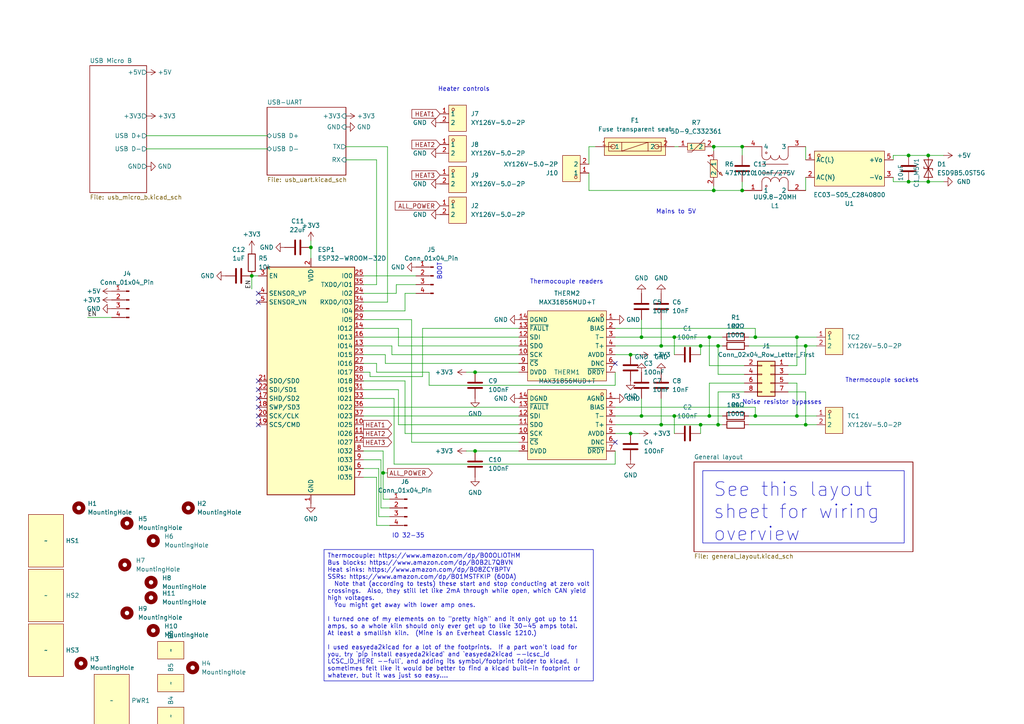
<source format=kicad_sch>
(kicad_sch (version 20230121) (generator eeschema)
  (paper "A4")
  (title_block (title "Kiln Controller") (rev "0.9.0") (company "Erhannis Kirran"))
  (junction (at 186.055 97.79))
  (junction (at 207.01 55.245))
  (junction (at 231.14 97.79))
  (junction (at 191.77 100.33))
  (junction (at 90.17 71.755))
  (junction (at 263.525 52.705))
  (junction (at 191.77 123.19))
  (junction (at 203.2 123.19))
  (junction (at 219.075 120.65))
  (junction (at 73.025 80.01))
  (junction (at 219.075 97.79))
  (junction (at 215.265 55.245))
  (junction (at 215.265 42.545))
  (junction (at 205.74 120.65))
  (junction (at 111.125 137.16))
  (junction (at 137.795 107.95))
  (junction (at 186.055 120.65))
  (junction (at 195.58 120.65))
  (junction (at 208.28 123.19))
  (junction (at 233.68 100.33))
  (junction (at 208.28 100.33))
  (junction (at 207.01 42.545))
  (junction (at 137.795 130.81))
  (junction (at 269.24 45.085))
  (junction (at 195.58 97.79))
  (junction (at 269.24 52.705))
  (junction (at 205.74 97.79))
  (junction (at 182.88 125.73))
  (junction (at 231.14 120.65))
  (junction (at 233.68 123.19))
  (junction (at 182.88 102.87))
  (junction (at 263.525 45.085))
  (junction (at 203.2 100.33))
  (no_connect (at 74.93 87.63))
  (no_connect (at 74.93 113.03))
  (no_connect (at 74.93 115.57))
  (no_connect (at 74.93 118.11))
  (no_connect (at 74.93 123.19))
  (no_connect (at 74.93 120.65))
  (no_connect (at 178.435 128.27))
  (no_connect (at 74.93 85.09))
  (no_connect (at 178.435 105.41))
  (no_connect (at 74.93 110.49))
  (wire (pts (xy 231.14 106.045) (xy 231.14 97.79)))
  (wire (pts (xy 178.435 125.73) (xy 182.88 125.73)))
  (wire (pts (xy 191.77 123.19) (xy 178.435 123.19)))
  (wire (pts (xy 215.9 111.125) (xy 205.74 111.125)))
  (wire (pts (xy 263.525 45.085) (xy 269.24 45.085)))
  (wire (pts (xy 195.58 120.65) (xy 186.055 120.65)))
  (wire (pts (xy 269.24 52.705) (xy 273.685 52.705)))
  (wire (pts (xy 114.935 82.55) (xy 120.65 82.55)))
  (wire (pts (xy 109.22 82.55) (xy 105.41 82.55)))
  (wire (pts (xy 215.265 42.545) (xy 215.265 45.085)))
  (wire (pts (xy 205.74 120.65) (xy 195.58 120.65)))
  (wire (pts (xy 263.525 52.705) (xy 269.24 52.705)))
  (wire (pts (xy 135.255 130.81) (xy 137.795 130.81)))
  (wire (pts (xy 182.88 102.87) (xy 185.42 102.87)))
  (wire (pts (xy 105.41 120.65) (xy 150.495 120.65)))
  (wire (pts (xy 186.055 97.79) (xy 178.435 97.79)))
  (wire (pts (xy 178.435 95.25) (xy 219.075 95.25)))
  (wire (pts (xy 109.855 135.89) (xy 105.41 135.89)))
  (wire (pts (xy 215.265 42.545) (xy 207.01 42.545)))
  (wire (pts (xy 110.49 147.32) (xy 110.49 133.35)))
  (wire (pts (xy 217.17 123.19) (xy 233.68 123.19)))
  (wire (pts (xy 105.41 102.87) (xy 111.76 102.87)))
  (wire (pts (xy 170.815 42.545) (xy 170.815 47.625)))
  (wire (pts (xy 119.38 92.71) (xy 119.38 128.27)))
  (wire (pts (xy 219.075 95.25) (xy 219.075 97.79)))
  (wire (pts (xy 105.41 85.09) (xy 114.935 85.09)))
  (wire (pts (xy 117.475 110.49) (xy 105.41 110.49)))
  (wire (pts (xy 219.075 97.79) (xy 231.14 97.79)))
  (wire (pts (xy 42.545 43.18) (xy 77.47 43.18)))
  (wire (pts (xy 107.315 109.22) (xy 122.555 109.22)))
  (wire (pts (xy 109.22 138.43) (xy 105.41 138.43)))
  (wire (pts (xy 112.395 42.545) (xy 112.395 87.63)))
  (wire (pts (xy 117.475 125.73) (xy 117.475 110.49)))
  (wire (pts (xy 233.68 100.33) (xy 236.855 100.33)))
  (wire (pts (xy 110.49 133.35) (xy 105.41 133.35)))
  (wire (pts (xy 105.41 115.57) (xy 114.3 115.57)))
  (wire (pts (xy 215.9 108.585) (xy 208.28 108.585)))
  (wire (pts (xy 114.935 85.09) (xy 114.935 82.55)))
  (wire (pts (xy 135.255 107.95) (xy 137.795 107.95)))
  (wire (pts (xy 196.85 42.545) (xy 195.58 42.545)))
  (wire (pts (xy 259.08 52.705) (xy 263.525 52.705)))
  (wire (pts (xy 114.3 115.57) (xy 114.3 134.62)))
  (wire (pts (xy 205.74 111.125) (xy 205.74 120.65)))
  (wire (pts (xy 170.815 50.165) (xy 170.815 55.245)))
  (wire (pts (xy 109.855 149.86) (xy 109.855 135.89)))
  (wire (pts (xy 111.125 130.81) (xy 105.41 130.81)))
  (wire (pts (xy 186.055 115.57) (xy 186.055 120.65)))
  (wire (pts (xy 111.76 105.41) (xy 150.495 105.41)))
  (wire (pts (xy 233.68 113.665) (xy 233.68 123.19)))
  (wire (pts (xy 259.08 46.355) (xy 259.08 45.085)))
  (wire (pts (xy 90.17 71.755) (xy 90.17 74.93)))
  (wire (pts (xy 150.495 123.19) (xy 115.57 123.19)))
  (wire (pts (xy 150.495 97.79) (xy 105.41 97.79)))
  (wire (pts (xy 233.68 51.435) (xy 233.68 55.245)))
  (wire (pts (xy 111.76 102.87) (xy 111.76 105.41)))
  (wire (pts (xy 122.555 109.22) (xy 122.555 95.25)))
  (wire (pts (xy 150.495 100.33) (xy 115.57 100.33)))
  (wire (pts (xy 113.03 152.4) (xy 109.22 152.4)))
  (wire (pts (xy 42.545 39.37) (xy 77.47 39.37)))
  (wire (pts (xy 203.2 100.33) (xy 203.2 102.87)))
  (wire (pts (xy 203.2 100.33) (xy 191.77 100.33)))
  (wire (pts (xy 100.33 42.545) (xy 112.395 42.545)))
  (wire (pts (xy 170.815 42.545) (xy 172.72 42.545)))
  (wire (pts (xy 215.9 113.665) (xy 208.28 113.665)))
  (wire (pts (xy 233.68 108.585) (xy 233.68 100.33)))
  (wire (pts (xy 109.22 107.95) (xy 124.46 107.95)))
  (wire (pts (xy 178.435 111.76) (xy 178.435 107.95)))
  (wire (pts (xy 191.77 92.71) (xy 191.77 100.33)))
  (wire (pts (xy 113.03 147.32) (xy 110.49 147.32)))
  (wire (pts (xy 215.265 52.705) (xy 215.265 55.245)))
  (wire (pts (xy 209.55 100.33) (xy 208.28 100.33)))
  (wire (pts (xy 191.77 115.57) (xy 191.77 123.19)))
  (wire (pts (xy 228.6 108.585) (xy 233.68 108.585)))
  (wire (pts (xy 215.9 42.545) (xy 215.265 42.545)))
  (wire (pts (xy 170.815 55.245) (xy 207.01 55.245)))
  (wire (pts (xy 217.17 100.33) (xy 233.68 100.33)))
  (wire (pts (xy 205.74 106.045) (xy 205.74 97.79)))
  (wire (pts (xy 122.555 95.25) (xy 150.495 95.25)))
  (wire (pts (xy 195.58 120.65) (xy 195.58 125.73)))
  (wire (pts (xy 124.46 111.76) (xy 178.435 111.76)))
  (wire (pts (xy 205.74 97.79) (xy 195.58 97.79)))
  (wire (pts (xy 209.55 120.65) (xy 205.74 120.65)))
  (wire (pts (xy 233.68 123.19) (xy 236.855 123.19)))
  (wire (pts (xy 150.495 125.73) (xy 117.475 125.73)))
  (wire (pts (xy 178.435 102.87) (xy 182.88 102.87)))
  (wire (pts (xy 207.01 42.545) (xy 207.01 43.815)))
  (wire (pts (xy 233.68 42.545) (xy 233.68 46.355)))
  (wire (pts (xy 215.265 55.245) (xy 207.01 55.245)))
  (wire (pts (xy 178.435 118.11) (xy 219.075 118.11)))
  (wire (pts (xy 137.795 107.95) (xy 150.495 107.95)))
  (wire (pts (xy 191.77 100.33) (xy 178.435 100.33)))
  (wire (pts (xy 107.315 107.95) (xy 107.315 109.22)))
  (wire (pts (xy 203.2 123.19) (xy 191.77 123.19)))
  (wire (pts (xy 113.665 102.87) (xy 150.495 102.87)))
  (wire (pts (xy 115.57 95.25) (xy 105.41 95.25)))
  (wire (pts (xy 269.24 45.085) (xy 273.685 45.085)))
  (wire (pts (xy 208.28 113.665) (xy 208.28 123.19)))
  (wire (pts (xy 90.17 69.85) (xy 90.17 71.755)))
  (wire (pts (xy 105.41 80.01) (xy 120.65 80.01)))
  (wire (pts (xy 231.14 111.125) (xy 231.14 120.65)))
  (wire (pts (xy 195.58 97.79) (xy 195.58 102.87)))
  (wire (pts (xy 259.08 51.435) (xy 259.08 52.705)))
  (wire (pts (xy 111.125 137.16) (xy 112.395 137.16)))
  (wire (pts (xy 231.14 97.79) (xy 236.855 97.79)))
  (wire (pts (xy 105.41 100.33) (xy 113.665 100.33)))
  (wire (pts (xy 73.025 80.01) (xy 73.025 83.82)))
  (wire (pts (xy 182.88 125.73) (xy 185.42 125.73)))
  (wire (pts (xy 109.22 46.355) (xy 109.22 82.55)))
  (wire (pts (xy 111.125 137.16) (xy 111.125 130.81)))
  (wire (pts (xy 109.22 152.4) (xy 109.22 138.43)))
  (wire (pts (xy 115.57 113.03) (xy 105.41 113.03)))
  (wire (pts (xy 115.57 100.33) (xy 115.57 95.25)))
  (wire (pts (xy 114.3 134.62) (xy 178.435 134.62)))
  (wire (pts (xy 228.6 113.665) (xy 233.68 113.665)))
  (wire (pts (xy 259.08 45.085) (xy 263.525 45.085)))
  (wire (pts (xy 111.125 144.78) (xy 111.125 137.16)))
  (wire (pts (xy 73.025 80.01) (xy 74.93 80.01)))
  (wire (pts (xy 113.665 100.33) (xy 113.665 102.87)))
  (wire (pts (xy 228.6 111.125) (xy 231.14 111.125)))
  (wire (pts (xy 219.075 118.11) (xy 219.075 120.65)))
  (wire (pts (xy 119.38 128.27) (xy 150.495 128.27)))
  (wire (pts (xy 231.14 120.65) (xy 236.855 120.65)))
  (wire (pts (xy 215.9 106.045) (xy 205.74 106.045)))
  (wire (pts (xy 186.055 92.71) (xy 186.055 97.79)))
  (wire (pts (xy 208.28 100.33) (xy 203.2 100.33)))
  (wire (pts (xy 209.55 97.79) (xy 205.74 97.79)))
  (wire (pts (xy 105.41 105.41) (xy 109.22 105.41)))
  (wire (pts (xy 137.795 130.81) (xy 150.495 130.81)))
  (wire (pts (xy 195.58 97.79) (xy 186.055 97.79)))
  (wire (pts (xy 217.17 120.65) (xy 219.075 120.65)))
  (wire (pts (xy 228.6 106.045) (xy 231.14 106.045)))
  (wire (pts (xy 115.57 123.19) (xy 115.57 113.03)))
  (wire (pts (xy 105.41 118.11) (xy 150.495 118.11)))
  (wire (pts (xy 207.01 55.245) (xy 207.01 53.975)))
  (wire (pts (xy 113.03 144.78) (xy 111.125 144.78)))
  (wire (pts (xy 217.17 97.79) (xy 219.075 97.79)))
  (wire (pts (xy 105.41 90.17) (xy 117.475 90.17)))
  (wire (pts (xy 215.9 55.245) (xy 215.265 55.245)))
  (wire (pts (xy 105.41 87.63) (xy 112.395 87.63)))
  (wire (pts (xy 109.22 105.41) (xy 109.22 107.95)))
  (wire (pts (xy 208.28 123.19) (xy 203.2 123.19)))
  (wire (pts (xy 124.46 107.95) (xy 124.46 111.76)))
  (wire (pts (xy 203.2 123.19) (xy 203.2 125.73)))
  (wire (pts (xy 117.475 90.17) (xy 117.475 85.09)))
  (wire (pts (xy 186.055 120.65) (xy 178.435 120.65)))
  (wire (pts (xy 209.55 123.19) (xy 208.28 123.19)))
  (wire (pts (xy 219.075 120.65) (xy 231.14 120.65)))
  (wire (pts (xy 113.03 149.86) (xy 109.855 149.86)))
  (wire (pts (xy 25.4 92.075) (xy 32.385 92.075)))
  (wire (pts (xy 105.41 92.71) (xy 119.38 92.71)))
  (wire (pts (xy 100.33 46.355) (xy 109.22 46.355)))
  (wire (pts (xy 208.28 108.585) (xy 208.28 100.33)))
  (wire (pts (xy 105.41 107.95) (xy 107.315 107.95)))
  (wire (pts (xy 117.475 85.09) (xy 120.65 85.09)))
  (wire (pts (xy 178.435 134.62) (xy 178.435 130.81)))
  (text_box "See this layout sheet for wiring overview" (at 203.835 136.525 0) (size 58.42 20.955) (effects (font (size 4 4)) (justify left top)))
  (text_box "Thermocouple: https://www.amazon.com/dp/B00OLIOTHM\nBus blocks: https://www.amazon.com/dp/B0B2L7QBVN\nHeat sinks: https://www.amazon.com/dp/B08ZCYBPTV\nSSRs: https://www.amazon.com/dp/B01MSTFKIP (60DA)\n  Note that (according to tests) these start and stop conducting at zero volt crossings.  Also, they still let like 2mA through while open, which CAN yield high voltages.\n  You might get away with lower amp ones.\n\nI turned one of my elements on to \"pretty high\" and it only got up to 11 amps, so a whole kiln should only ever get up to like 30-45 amps total.  At least a smallish kiln.  (Mine is an Everheat Classic 1210.)\n\nI used easyeda2kicad for a lot of the footprints.  If a part won't load for you, try `pip install easyeda2kicad` and `easyeda2kicad --lcsc_id LCSC_ID_HERE --full`, and adding its symbol/footprint folder to kicad.  I sometimes felt like it would be better to find a kicad built-in footprint or whatever, but it was just so easy...." (at 93.98 159.385 0) (size 78.105 38.1) (effects (font (size 1.27 1.27)) (justify left top)))
  (text "Thermocouple sockets" (at 245.11 111.125 0) (effects (font (size 1.27 1.27)) (justify left bottom)))
  (text "Mains to 5V" (at 201.93 62.23 0) (effects (font (size 1.27 1.27)) (justify right bottom)))
  (text "BOOT" (at 128.27 81.28 90) (effects (font (size 1.27 1.27)) (justify left bottom)))
  (text "IO 32-35" (at 113.665 156.21 0) (effects (font (size 1.27 1.27)) (justify left bottom)))
  (text "Heater controls" (at 127 26.67 0) (effects (font (size 1.27 1.27)) (justify left bottom)))
  (text "Thermocouple readers" (at 153.67 82.55 0) (effects (font (size 1.27 1.27)) (justify left bottom)))
  (text "Noise resistor bypasses" (at 215.265 117.475 0) (effects (font (size 1.27 1.27)) (justify left bottom)))
  (label "EN" (at 73.025 83.82 90))
  (label "EN" (at 25.4 92.075 0))
  (global_label "HEAT1" (shape input) (at 127.635 33.02 180) (property "Intersheetrefs" "${INTERSHEET_REFS}" (effects hide)))
  (global_label "HEAT3" (shape input) (at 127.635 50.8 180) (property "Intersheetrefs" "${INTERSHEET_REFS}" (effects hide)))
  (global_label "ALL_POWER" (shape output) (at 112.395 137.16 0) (property "Intersheetrefs" "${INTERSHEET_REFS}" (effects hide)))
  (global_label "HEAT3" (shape output) (at 105.41 128.27 0) (property "Intersheetrefs" "${INTERSHEET_REFS}" (effects hide)))
  (global_label "ALL_POWER" (shape input) (at 127.635 59.69 180) (property "Intersheetrefs" "${INTERSHEET_REFS}" (effects hide)))
  (global_label "HEAT2" (shape output) (at 105.41 125.73 0) (property "Intersheetrefs" "${INTERSHEET_REFS}" (effects hide)))
  (global_label "HEAT2" (shape input) (at 127.635 41.91 180) (property "Intersheetrefs" "${INTERSHEET_REFS}" (effects hide)))
  (global_label "HEAT1" (shape output) (at 105.41 123.19 0) (property "Intersheetrefs" "${INTERSHEET_REFS}" (effects hide)))
  (symbol (lib_id "power:GND") (at 178.435 92.71 90) (unit 1)
    (property "Reference" "#PWR02" (effects hide))
    (property "Value" "GND" (at 181.61 92.71 90) (effects (justify right)))
  )
  (symbol (lib_id "easyeda2kicad:XY126V-5.0-2P") (at 132.715 34.29 0) (unit 1)
    (property "Reference" "J7" (at 136.525 33.02 0) (effects (justify left)))
    (property "Value" "XY126V-5.0-2P" (at 136.525 35.56 0) (effects (justify left)))
    (property "Footprint" "easyeda2kicad:CONN-TH_XY126V-5.0-2P" (effects hide))
    (property "Datasheet" "https://lcsc.com/product-detail/Screw-terminal_XY126V-5-0-2P_C557646.html" (effects hide))
    (property "MFR" "XY126V-5.0-2P" (effects hide))
    (property "LCSC" "C557646" (effects hide))
    (property "Description" "1x2P 10A 300V Green 14~26 Straight 5mm 2.5 1 2 Plugin,P=5mm  Screw terminal ROHS" (effects hide))
    (property "URL" "https://jlcpcb.com/partdetail/Ningbo_Xinlaiya_elec-XY126V_5_02P/C557646" (effects hide))
  )
  (symbol (lib_id "erhannis:zip_tie_big") (at 30.48 234.315 0) (unit 1)
    (property "Reference" "Z5" (at 37.465 234.315 0) (effects (justify left)))
    (property "Value" "~" (at 30.48 234.315 0))
    (property "Footprint" "erhannis:zip_tie_big" (effects hide))
  )
  (symbol (lib_id "Device:C") (at 191.77 88.9 180) (unit 1)
    (property "Reference" "C6" (at 194.945 87.63 0) (effects (justify right)))
    (property "Value" "10nF" (at 194.945 90.17 0) (effects (justify right)))
    (property "Footprint" "Capacitor_SMD:C_0603_1608Metric" (effects hide))
    (property "MFR" "CC0603JRX7R9BB103" (effects hide))
    (property "LCSC" "C115056" (effects hide))
    (property "Description" "50V 10nF X7R ±5% 0603  Multilayer Ceramic Capacitors MLCC - SMD/SMT ROHS" (effects hide))
    (property "URL" "https://jlcpcb.com/partdetail/Yageo-CC0603JRX7R9BB103/C115056" (effects hide))
  )
  (symbol (lib_id "power:GND") (at 137.795 138.43 0) (unit 1)
    (property "Reference" "#PWR014" (effects hide))
    (property "Value" "GND" (at 137.795 142.875 0))
  )
  (symbol (lib_id "erhannis:zip_tie_big") (at 12.065 234.315 0) (unit 1)
    (property "Reference" "Z4" (at 19.05 234.315 0) (effects (justify left)))
    (property "Value" "~" (at 12.065 234.315 0))
    (property "Footprint" "erhannis:zip_tie_big" (effects hide))
  )
  (symbol (lib_id "power:GND") (at 65.405 80.01 270) (unit 1)
    (property "Reference" "#PWR025" (effects hide))
    (property "Value" "GND" (at 62.23 80.01 90) (effects (justify right)))
  )
  (symbol (lib_id "power:+5V") (at 42.545 20.955 270) (unit 1)
    (property "Reference" "#PWR026" (effects hide))
    (property "Value" "+5V" (at 45.72 20.955 90) (effects (justify left)))
  )
  (symbol (lib_id "power:+3V3") (at 135.255 107.95 90) (unit 1)
    (property "Reference" "#PWR015" (effects hide))
    (property "Value" "+3V3" (at 131.445 107.95 90) (effects (justify left)))
  )
  (symbol (lib_id "Device:R") (at 213.36 123.19 90) (unit 1)
    (property "Reference" "R4" (at 213.36 117.475 90))
    (property "Value" "100Ω" (at 213.36 120.015 90))
    (property "Footprint" "Resistor_SMD:R_0603_1608Metric" (effects hide))
    (property "MFR" "0603WAF1000T5E" (effects hide))
    (property "LCSC" "C22775" (effects hide))
    (property "Description" "100mW Thick Film Resistors ±1% ±200ppm/℃ 100Ω 0603  Chip Resistor - Surface Mount ROHS" (effects hide))
    (property "URL" "https://jlcpcb.com/partdetail/23502-0603WAF1000T5E/C22775" (effects hide))
  )
  (symbol (lib_id "power:+3V3") (at 90.17 69.85 0) (unit 1)
    (property "Reference" "#PWR023" (effects hide))
    (property "Value" "+3V3" (at 90.17 65.405 0))
  )
  (symbol (lib_id "power:GND") (at 150.495 115.57 270) (unit 1)
    (property "Reference" "#PWR03" (effects hide))
    (property "Value" "GND" (at 147.32 115.57 90) (effects (justify right)))
  )
  (symbol (lib_id "RF_Module:ESP32-WROOM-32D") (at 90.17 110.49 0) (unit 1)
    (property "Reference" "ESP1" (at 92.1259 72.39 0) (effects (justify left)))
    (property "Value" "ESP32-WROOM-32D" (at 92.1259 74.93 0) (effects (justify left)))
    (property "Footprint" "RF_Module:ESP32-WROOM-32D" (effects hide))
    (property "Datasheet" "https://www.espressif.com/sites/default/files/documentation/esp32-wroom-32d_esp32-wroom-32u_datasheet_en.pdf" (effects hide))
    (property "MFR" "ESP32-WROOM-32E-N4" (effects hide))
    (property "LCSC" "C701341" (effects hide))
    (property "Description" "SMD,18x25.5mm  WiFi Modules ROHS" (effects hide))
    (property "URL" "https://jlcpcb.com/partdetail/EspressifSystems-ESP32_WROOM_32EN4/C701341" (effects hide))
  )
  (symbol (lib_id "power:GND") (at 186.055 107.95 180) (unit 1)
    (property "Reference" "#PWR011" (effects hide))
    (property "Value" "GND" (at 186.055 103.505 0))
  )
  (symbol (lib_id "Mechanical:MountingHole") (at 44.45 156.845 0) (unit 1)
    (property "Reference" "H6" (at 47.625 155.575 0) (effects (justify left)))
    (property "Value" "MountingHole" (at 47.625 158.115 0) (effects (justify left)))
    (property "Footprint" "MountingHole:MountingHole_6mm" (effects hide))
  )
  (symbol (lib_id "power:GND") (at 182.88 133.35 0) (unit 1)
    (property "Reference" "#PWR07" (effects hide))
    (property "Value" "GND" (at 182.88 137.795 0))
  )
  (symbol (lib_id "power:+3V3") (at 73.025 72.39 0) (unit 1)
    (property "Reference" "#PWR027" (effects hide))
    (property "Value" "+3V3" (at 73.025 67.945 0))
  )
  (symbol (lib_id "power:GND") (at 186.055 85.09 180) (unit 1)
    (property "Reference" "#PWR09" (effects hide))
    (property "Value" "GND" (at 186.055 80.645 0))
  )
  (symbol (lib_id "Mechanical:MountingHole") (at 43.815 168.91 0) (unit 1)
    (property "Reference" "H8" (at 46.99 167.64 0) (effects (justify left)))
    (property "Value" "MountingHole" (at 46.99 170.18 0) (effects (justify left)))
    (property "Footprint" "MountingHole:MountingHole_6mm" (effects hide))
  )
  (symbol (lib_id "Mechanical:MountingHole") (at 36.195 163.83 0) (unit 1)
    (property "Reference" "H7" (at 39.37 162.56 0) (effects (justify left)))
    (property "Value" "MountingHole" (at 39.37 165.1 0) (effects (justify left)))
    (property "Footprint" "MountingHole:MountingHole_6mm" (effects hide))
  )
  (symbol (lib_id "easyeda2kicad:MAX31856MUD+T") (at 164.465 100.33 0) (mirror y) (unit 1)
    (property "Reference" "THERM2" (at 164.465 85.09 0))
    (property "Value" "MAX31856MUD+T" (at 164.465 87.63 0))
    (property "Footprint" "easyeda2kicad:TSSOP-14_L5.0-W4.4-P0.65-LS6.4-BL" (effects hide))
    (property "MFR" "MAX31856MUD+T" (effects hide))
    (property "LCSC" "C2653162" (effects hide))
    (property "Description" "TSSOP-14  ADC/DAC - Specialized ROHS" (effects hide))
    (property "URL" "https://jlcpcb.com/partdetail/2745071-MAX31856MUDT/C2653162" (effects hide))
  )
  (symbol (lib_id "erhannis:SSR_Heat_Sink") (at 13.335 156.845 0) (unit 1)
    (property "Reference" "HS1" (at 19.05 156.845 0) (effects (justify left)))
    (property "Value" "~" (at 13.335 156.845 0))
    (property "Footprint" "erhannis:SSR Heat Sink" (effects hide))
  )
  (symbol (lib_id "power:GND") (at 191.77 85.09 180) (unit 1)
    (property "Reference" "#PWR010" (effects hide))
    (property "Value" "GND" (at 191.77 80.645 0))
  )
  (symbol (lib_id "Device:R") (at 213.36 120.65 90) (unit 1)
    (property "Reference" "R3" (at 213.36 114.935 90))
    (property "Value" "100Ω" (at 213.36 117.475 90))
    (property "Footprint" "Resistor_SMD:R_0603_1608Metric" (effects hide))
    (property "MFR" "0603WAF1000T5E" (effects hide))
    (property "LCSC" "C22775" (effects hide))
    (property "Description" "100mW Thick Film Resistors ±1% ±200ppm/℃ 100Ω 0603  Chip Resistor - Surface Mount ROHS" (effects hide))
    (property "URL" "https://jlcpcb.com/partdetail/23502-0603WAF1000T5E/C22775" (effects hide))
  )
  (symbol (lib_id "Device:C") (at 186.055 88.9 180) (unit 1)
    (property "Reference" "C5" (at 189.23 87.63 0) (effects (justify right)))
    (property "Value" "10nF" (at 189.23 90.17 0) (effects (justify right)))
    (property "Footprint" "Capacitor_SMD:C_0603_1608Metric" (effects hide))
    (property "MFR" "CC0603JRX7R9BB103" (effects hide))
    (property "LCSC" "C115056" (effects hide))
    (property "Description" "50V 10nF X7R ±5% 0603  Multilayer Ceramic Capacitors MLCC - SMD/SMT ROHS" (effects hide))
    (property "URL" "https://jlcpcb.com/partdetail/Yageo-CC0603JRX7R9BB103/C115056" (effects hide))
  )
  (symbol (lib_id "Connector:Conn_01x04_Pin") (at 125.73 80.01 0) (mirror y) (unit 1)
    (property "Reference" "J5" (at 125.095 72.39 0))
    (property "Value" "Conn_01x04_Pin" (at 125.095 74.93 0))
    (property "Footprint" "Connector_PinHeader_2.54mm:PinHeader_1x04_P2.54mm_Vertical" (effects hide))
    (property "MFR" "PZ254V-11-04P" (effects hide))
    (property "LCSC" "C2691448" (effects hide))
  )
  (symbol (lib_id "erhannis:SSR_Heat_Sink") (at 13.335 188.595 0) (unit 1)
    (property "Reference" "HS3" (at 19.05 188.595 0) (effects (justify left)))
    (property "Value" "~" (at 13.335 188.595 0))
    (property "Footprint" "erhannis:SSR Heat Sink" (effects hide))
  )
  (symbol (lib_id "Connector_Generic:Conn_02x04_Odd_Even") (at 223.52 108.585 0) (mirror y) (unit 1)
    (property "Reference" "J1" (at 222.25 100.33 0))
    (property "Value" "Conn_02x04_Row_Letter_First" (at 222.25 102.87 0))
    (property "Footprint" "Connector_PinHeader_2.54mm:PinHeader_2x04_P2.54mm_Vertical" (effects hide))
    (property "MFR" "PZ254V-12-8P" (effects hide))
    (property "LCSC" "C492421" (effects hide))
    (property "Description" "Straight Square Pins 2.5mm 8P 6mm -40℃~+105℃ 3mm 2.54mm 双排 Black Brass 2x4P 2.54mm Plugin,P=2.54mm  Pin Headers ROHS" (effects hide))
    (property "URL" "https://jlcpcb.com/partdetail/Xfcn-PZ254V_128P/C492421" (effects hide))
  )
  (symbol (lib_id "power:+3V3") (at 185.42 102.87 270) (unit 1)
    (property "Reference" "#PWR06" (effects hide))
    (property "Value" "+3V3" (at 189.23 102.87 90) (effects (justify left)))
  )
  (symbol (lib_id "Device:C") (at 191.77 111.76 180) (unit 1)
    (property "Reference" "C8" (at 194.945 110.49 0) (effects (justify right)))
    (property "Value" "10nF" (at 194.945 113.03 0) (effects (justify right)))
    (property "Footprint" "Capacitor_SMD:C_0603_1608Metric" (effects hide))
    (property "MFR" "CC0603JRX7R9BB103" (effects hide))
    (property "LCSC" "C115056" (effects hide))
    (property "Description" "50V 10nF X7R ±5% 0603  Multilayer Ceramic Capacitors MLCC - SMD/SMT ROHS" (effects hide))
    (property "URL" "https://jlcpcb.com/partdetail/Yageo-CC0603JRX7R9BB103/C115056" (effects hide))
  )
  (symbol (lib_id "erhannis:zip_tie_big") (at 12.065 219.075 0) (unit 1)
    (property "Reference" "Z1" (at 19.05 219.075 0) (effects (justify left)))
    (property "Value" "~" (at 12.065 219.075 0))
    (property "Footprint" "erhannis:zip_tie_big" (effects hide))
  )
  (symbol (lib_id "Device:C") (at 263.525 48.895 180) (unit 1)
    (property "Reference" "C1_M5V1" (at 265.815 50.145 90))
    (property "Value" "10uF" (at 261.225 50.145 90))
    (property "Footprint" "Capacitor_SMD:C_0805_2012Metric" (effects hide))
    (property "MFR" "CL21A106KOQNNNE" (effects hide))
    (property "LCSC" "C1713" (effects hide))
  )
  (symbol (lib_id "power:GND") (at 137.795 115.57 0) (unit 1)
    (property "Reference" "#PWR013" (effects hide))
    (property "Value" "GND" (at 137.795 120.015 0))
  )
  (symbol (lib_id "Mechanical:MountingHole") (at 55.88 193.675 0) (unit 1)
    (property "Reference" "H4" (at 58.42 192.405 0) (effects (justify left)))
    (property "Value" "MountingHole" (at 58.42 194.945 0) (effects (justify left)))
    (property "Footprint" "MountingHole:MountingHole_5mm" (effects hide))
  )
  (symbol (lib_id "Mechanical:MountingHole") (at 43.815 173.355 0) (unit 1)
    (property "Reference" "H11" (at 46.99 172.085 0) (effects (justify left)))
    (property "Value" "MountingHole" (at 46.99 174.625 0) (effects (justify left)))
    (property "Footprint" "MountingHole:MountingHole_6.5mm" (effects hide))
  )
  (symbol (lib_id "easyeda2kicad:5D-9_C332361") (at 201.93 42.545 0) (unit 1)
    (property "Reference" "R7" (at 201.93 35.56 0))
    (property "Value" "5D-9_C332361" (at 201.93 38.1 0))
    (property "Footprint" "easyeda2kicad:RES-TH_L11.0-W5.5-P7.50-D0.8-S5.50" (effects hide))
    (property "Datasheet" "https://lcsc.com/product-detail/Others_Hongzhi-Elec-5D-9_C332361.html" (effects hide))
    (property "MFR" "5D-9" (effects hide))
    (property "LCSC" "C332361" (effects hide))
    (property "Description" "5Ω 3A 2700K Plugin,P=7.5mm  NTC Thermistors ROHS" (effects hide))
    (property "URL" "https://jlcpcb.com/partdetail/HongzhiElec-5D9/C332361" (effects hide))
  )
  (symbol (lib_id "easyeda2kicad:XY126V-5.0-2P") (at 241.935 121.92 0) (unit 1)
    (property "Reference" "TC1" (at 245.745 120.65 0) (effects (justify left)))
    (property "Value" "XY126V-5.0-2P" (at 245.745 123.19 0) (effects (justify left)))
    (property "Footprint" "easyeda2kicad:CONN-TH_XY126V-5.0-2P" (effects hide))
    (property "Datasheet" "https://lcsc.com/product-detail/Screw-terminal_XY126V-5-0-2P_C557646.html" (effects hide))
    (property "MFR" "XY126V-5.0-2P" (effects hide))
    (property "LCSC" "C557646" (effects hide))
    (property "Description" "1x2P 10A 300V Green 14~26 Straight 5mm 2.5 1 2 Plugin,P=5mm  Screw terminal ROHS" (effects hide))
    (property "URL" "https://jlcpcb.com/partdetail/Ningbo_Xinlaiya_elec-XY126V_5_02P/C557646" (effects hide))
  )
  (symbol (lib_id "Device:C") (at 186.055 111.76 180) (unit 1)
    (property "Reference" "C7" (at 189.23 110.49 0) (effects (justify right)))
    (property "Value" "10nF" (at 189.23 113.03 0) (effects (justify right)))
    (property "Footprint" "Capacitor_SMD:C_0603_1608Metric" (effects hide))
    (property "MFR" "CC0603JRX7R9BB103" (effects hide))
    (property "LCSC" "C115056" (effects hide))
    (property "Description" "50V 10nF X7R ±5% 0603  Multilayer Ceramic Capacitors MLCC - SMD/SMT ROHS" (effects hide))
    (property "URL" "https://jlcpcb.com/partdetail/Yageo-CC0603JRX7R9BB103/C115056" (effects hide))
  )
  (symbol (lib_id "easyeda2kicad:XY126V-5.0-2P") (at 132.715 52.07 0) (unit 1)
    (property "Reference" "J9" (at 136.525 50.8 0) (effects (justify left)))
    (property "Value" "XY126V-5.0-2P" (at 136.525 53.34 0) (effects (justify left)))
    (property "Footprint" "easyeda2kicad:CONN-TH_XY126V-5.0-2P" (effects hide))
    (property "Datasheet" "https://lcsc.com/product-detail/Screw-terminal_XY126V-5-0-2P_C557646.html" (effects hide))
    (property "MFR" "XY126V-5.0-2P" (effects hide))
    (property "LCSC" "C557646" (effects hide))
    (property "Description" "1x2P 10A 300V Green 14~26 Straight 5mm 2.5 1 2 Plugin,P=5mm  Screw terminal ROHS" (effects hide))
    (property "URL" "https://jlcpcb.com/partdetail/Ningbo_Xinlaiya_elec-XY126V_5_02P/C557646" (effects hide))
  )
  (symbol (lib_id "Mechanical:MountingHole") (at 23.495 192.405 0) (unit 1)
    (property "Reference" "H3" (at 26.035 191.135 0) (effects (justify left)))
    (property "Value" "MountingHole" (at 26.035 193.675 0) (effects (justify left)))
    (property "Footprint" "MountingHole:MountingHole_5mm" (effects hide))
  )
  (symbol (lib_id "erhannis:zip_tie_big") (at 49.53 219.075 0) (unit 1)
    (property "Reference" "Z3" (at 56.515 219.075 0) (effects (justify left)))
    (property "Value" "~" (at 49.53 219.075 0))
    (property "Footprint" "erhannis:zip_tie_big" (effects hide))
  )
  (symbol (lib_id "power:GND") (at 127.635 53.34 270) (unit 1)
    (property "Reference" "#PWR034" (effects hide))
    (property "Value" "GND" (at 123.825 53.34 90) (effects (justify right)))
  )
  (symbol (lib_id "Device:C") (at 69.215 80.01 270) (unit 1)
    (property "Reference" "C12" (at 69.215 72.39 90))
    (property "Value" "1uF" (at 69.215 74.93 90))
    (property "Footprint" "Capacitor_SMD:C_0603_1608Metric" (effects hide))
    (property "MFR" "CL10A105KO8NNNC" (effects hide))
    (property "LCSC" "C1592" (effects hide))
    (property "Description" "16V 1uF X5R ±10% 0603  Multilayer Ceramic Capacitors MLCC - SMD/SMT ROHS" (effects hide))
    (property "URL" "https://jlcpcb.com/partdetail/1944-CL10A105KO8NNNC/C1592" (effects hide))
  )
  (symbol (lib_id "Device:R") (at 213.36 100.33 90) (unit 1)
    (property "Reference" "R2" (at 213.36 94.615 90))
    (property "Value" "100Ω" (at 213.36 97.155 90))
    (property "Footprint" "Resistor_SMD:R_0603_1608Metric" (effects hide))
    (property "MFR" "0603WAF1000T5E" (effects hide))
    (property "LCSC" "C22775" (effects hide))
    (property "Description" "100mW Thick Film Resistors ±1% ±200ppm/℃ 100Ω 0603  Chip Resistor - Surface Mount ROHS" (effects hide))
    (property "URL" "https://jlcpcb.com/partdetail/23502-0603WAF1000T5E/C22775" (effects hide))
  )
  (symbol (lib_id "Device:C") (at 182.88 106.68 180) (unit 1)
    (property "Reference" "C3" (at 186.69 105.41 0) (effects (justify right)))
    (property "Value" "100nF" (at 186.69 107.95 0) (effects (justify right)))
    (property "Footprint" "Capacitor_SMD:C_0603_1608Metric" (effects hide))
    (property "MFR" "CL10B104JB8NNNC" (effects hide))
    (property "LCSC" "C24452" (effects hide))
    (property "Description" "50V 100nF X7R ±5% 0603  Multilayer Ceramic Capacitors MLCC - SMD/SMT ROHS" (effects hide))
    (property "URL" "https://jlcpcb.com/partdetail/25192-CL10B104JB8NNNC/C24452" (effects hide))
  )
  (symbol (lib_id "easyeda2kicad:XY126V-5.0-2P") (at 132.715 60.96 0) (unit 1)
    (property "Reference" "J2" (at 136.525 59.69 0) (effects (justify left)))
    (property "Value" "XY126V-5.0-2P" (at 136.525 62.23 0) (effects (justify left)))
    (property "Footprint" "easyeda2kicad:CONN-TH_XY126V-5.0-2P" (effects hide))
    (property "Datasheet" "https://lcsc.com/product-detail/Screw-terminal_XY126V-5-0-2P_C557646.html" (effects hide))
    (property "MFR" "XY126V-5.0-2P" (effects hide))
    (property "LCSC" "C557646" (effects hide))
    (property "Description" "1x2P 10A 300V Green 14~26 Straight 5mm 2.5 1 2 Plugin,P=5mm  Screw terminal ROHS" (effects hide))
    (property "URL" "https://jlcpcb.com/partdetail/Ningbo_Xinlaiya_elec-XY126V_5_02P/C557646" (effects hide))
  )
  (symbol (lib_id "power:GND") (at 127.635 35.56 270) (unit 1)
    (property "Reference" "#PWR032" (effects hide))
    (property "Value" "GND" (at 123.825 35.56 90) (effects (justify right)))
  )
  (symbol (lib_id "power:+3V3") (at 42.545 33.655 270) (unit 1)
    (property "Reference" "#PWR017" (effects hide))
    (property "Value" "+3V3" (at 45.72 33.655 90) (effects (justify left)))
  )
  (symbol (lib_id "power:GND") (at 150.495 92.71 270) (unit 1)
    (property "Reference" "#PWR01" (effects hide))
    (property "Value" "GND" (at 147.32 92.71 90) (effects (justify right)))
  )
  (symbol (lib_id "power:+3V3") (at 100.33 33.655 270) (unit 1)
    (property "Reference" "#PWR019" (effects hide))
    (property "Value" "+3V3" (at 103.505 33.655 90) (effects (justify left)))
  )
  (symbol (lib_id "power:+5V") (at 32.385 84.455 90) (unit 1)
    (property "Reference" "#PWR028" (effects hide))
    (property "Value" "+5V" (at 29.21 84.455 90) (effects (justify left)))
  )
  (symbol (lib_id "Mechanical:MountingHole") (at 36.83 151.765 0) (unit 1)
    (property "Reference" "H5" (at 40.005 150.495 0) (effects (justify left)))
    (property "Value" "MountingHole" (at 40.005 153.035 0) (effects (justify left)))
    (property "Footprint" "MountingHole:MountingHole_6mm" (effects hide))
  )
  (symbol (lib_id "easyeda2kicad:XY126V-5.0-2P") (at 165.735 48.895 180) (unit 1)
    (property "Reference" "J10" (at 161.925 50.165 0) (effects (justify left)))
    (property "Value" "XY126V-5.0-2P" (at 161.925 47.625 0) (effects (justify left)))
    (property "Footprint" "easyeda2kicad:CONN-TH_XY126V-5.0-2P" (effects hide))
    (property "Datasheet" "https://lcsc.com/product-detail/Screw-terminal_XY126V-5-0-2P_C557646.html" (effects hide))
    (property "MFR" "XY126V-5.0-2P" (effects hide))
    (property "LCSC" "C557646" (effects hide))
    (property "Description" "1x2P 10A 300V Green 14~26 Straight 5mm 2.5 1 2 Plugin,P=5mm  Screw terminal ROHS" (effects hide))
    (property "URL" "https://jlcpcb.com/partdetail/Ningbo_Xinlaiya_elec-XY126V_5_02P/C557646" (effects hide))
  )
  (symbol (lib_id "power:GND") (at 191.77 107.95 180) (unit 1)
    (property "Reference" "#PWR012" (effects hide))
    (property "Value" "GND" (at 191.77 103.505 0))
  )
  (symbol (lib_id "easyeda2kicad:EC03-S05_C2840800") (at 246.38 48.895 0) (unit 1)
    (property "Reference" "U1" (at 246.38 59.055 0))
    (property "Value" "EC03-S05_C2840800" (at 246.38 56.515 0))
    (property "Footprint" "easyeda2kicad:PWRM-TH_EC03-S05" (effects hide))
    (property "MFR" "EC03-S05" (effects hide))
    (property "LCSC" "C2840800" (effects hide))
    (property "Description" "5V 85VAC~264VAC 600mA 120V~370V 3W AC-DC 75% Plugin  Power Modules ROHS" (effects hide))
    (property "URL" "https://jlcpcb.com/partdetail/Endrive-EC03S05/C2840800" (effects hide))
  )
  (symbol (lib_id "power:GND") (at 82.55 71.755 270) (unit 1)
    (property "Reference" "#PWR024" (effects hide))
    (property "Value" "GND" (at 79.375 71.755 90) (effects (justify right)))
  )
  (symbol (lib_id "erhannis:bus_stud") (at 49.53 198.12 90) (unit 1)
    (property "Reference" "B5" (at 49.53 194.945 0) (effects (justify left)))
    (property "Value" "~" (at 49.53 198.12 0))
    (property "Footprint" "erhannis:bus_stud" (effects hide))
  )
  (symbol (lib_id "Mechanical:MountingHole") (at 54.61 147.32 0) (unit 1)
    (property "Reference" "H2" (at 57.15 146.05 0) (effects (justify left)))
    (property "Value" "MountingHole" (at 57.15 148.59 0) (effects (justify left)))
    (property "Footprint" "MountingHole:MountingHole_5mm" (effects hide))
  )
  (symbol (lib_id "power:GND") (at 100.33 36.83 90) (unit 1)
    (property "Reference" "#PWR020" (effects hide))
    (property "Value" "GND" (at 103.505 36.83 90) (effects (justify right)))
  )
  (symbol (lib_id "Connector:Conn_01x04_Pin") (at 118.11 147.32 0) (mirror y) (unit 1)
    (property "Reference" "J6" (at 117.475 139.7 0))
    (property "Value" "Conn_01x04_Pin" (at 117.475 142.24 0))
    (property "Footprint" "Connector_PinHeader_2.54mm:PinHeader_1x04_P2.54mm_Vertical" (effects hide))
    (property "MFR" "PZ254V-11-04P" (effects hide))
    (property "LCSC" "C2691448" (effects hide))
  )
  (symbol (lib_id "erhannis:bus_stud") (at 49.53 188.595 90) (unit 1)
    (property "Reference" "B6" (at 49.53 185.42 0) (effects (justify left)))
    (property "Value" "~" (at 49.53 188.595 0))
    (property "Footprint" "erhannis:bus_stud" (effects hide))
  )
  (symbol (lib_id "power:GND") (at 182.88 110.49 0) (unit 1)
    (property "Reference" "#PWR05" (effects hide))
    (property "Value" "GND" (at 182.88 114.935 0))
  )
  (symbol (lib_id "erhannis:zip_tie_big") (at 29.845 219.075 0) (unit 1)
    (property "Reference" "Z2" (at 36.83 219.075 0) (effects (justify left)))
    (property "Value" "~" (at 29.845 219.075 0))
    (property "Footprint" "erhannis:zip_tie_big" (effects hide))
  )
  (symbol (lib_id "easyeda2kicad:MAX31856MUD+T") (at 164.465 123.19 0) (mirror y) (unit 1)
    (property "Reference" "THERM1" (at 164.465 107.95 0))
    (property "Value" "MAX31856MUD+T" (at 164.465 110.49 0))
    (property "Footprint" "easyeda2kicad:TSSOP-14_L5.0-W4.4-P0.65-LS6.4-BL" (effects hide))
    (property "MFR" "MAX31856MUD+T" (effects hide))
    (property "LCSC" "C2653162" (effects hide))
    (property "Description" "TSSOP-14  ADC/DAC - Specialized ROHS" (effects hide))
    (property "URL" "https://jlcpcb.com/partdetail/2745071-MAX31856MUDT/C2653162" (effects hide))
  )
  (symbol (lib_id "erhannis:zip_tie_big") (at 13.335 251.46 0) (unit 1)
    (property "Reference" "Z7" (at 20.32 251.46 0) (effects (justify left)))
    (property "Value" "~" (at 13.335 251.46 0))
    (property "Footprint" "erhannis:zip_tie_big" (effects hide))
  )
  (symbol (lib_id "Mechanical:MountingHole") (at 22.86 147.32 0) (unit 1)
    (property "Reference" "H1" (at 25.4 146.05 0) (effects (justify left)))
    (property "Value" "MountingHole" (at 25.4 148.59 0) (effects (justify left)))
    (property "Footprint" "MountingHole:MountingHole_5mm" (effects hide))
  )
  (symbol (lib_id "power:GND") (at 178.435 115.57 90) (unit 1)
    (property "Reference" "#PWR04" (effects hide))
    (property "Value" "GND" (at 181.61 115.57 90) (effects (justify right)))
  )
  (symbol (lib_id "easyeda2kicad:Fusetransparentseat") (at 184.15 42.545 0) (unit 1)
    (property "Reference" "F1" (at 184.15 34.925 0))
    (property "Value" "Fuse transparent seat" (at 184.15 37.465 0))
    (property "Footprint" "easyeda2kicad:FUSE-TH_L24.5-W9.8-P22.5" (effects hide))
    (property "Datasheet" "https://lcsc.com/product-detail/Fuseholders_Fuse-transparent-seat_C58066.html" (effects hide))
    (property "MFR" "C58066" (effects hide))
    (property "LCSC" "C58066" (effects hide))
    (property "Description" "-  Fuse Holders ROHS" (effects hide))
    (property "URL" "https://jlcpcb.com/partdetail/XuchengElec-C58066/C58066" (effects hide))
  )
  (symbol (lib_id "power:+5V") (at 273.685 45.085 270) (unit 1)
    (property "Reference" "#PWR036" (effects hide))
    (property "Value" "+5V" (at 277.495 45.085 90) (effects (justify left)))
  )
  (symbol (lib_id "Mechanical:MountingHole") (at 44.45 182.88 0) (unit 1)
    (property "Reference" "H10" (at 47.625 181.61 0) (effects (justify left)))
    (property "Value" "MountingHole" (at 47.625 184.15 0) (effects (justify left)))
    (property "Footprint" "MountingHole:MountingHole_6mm" (effects hide))
  )
  (symbol (lib_id "erhannis:SSR_Heat_Sink") (at 32.385 203.2 0) (unit 1)
    (property "Reference" "PWR1" (at 38.1 203.2 0) (effects (justify left)))
    (property "Value" "~" (at 32.385 203.2 0))
    (property "Footprint" "erhannis:SSR Heat Sink" (effects hide))
  )
  (symbol (lib_id "Diode:ESD9B5.0ST5G") (at 269.24 48.895 270) (unit 1)
    (property "Reference" "D1" (at 271.78 47.625 90) (effects (justify left)))
    (property "Value" "ESD9B5.0ST5G" (at 271.78 50.165 90) (effects (justify left)))
    (property "Footprint" "Diode_SMD:D_SOD-923" (effects hide))
    (property "Datasheet" "https://www.onsemi.com/pub/Collateral/ESD9B-D.PDF" (effects hide))
    (property "MFR" "ESD9B5.0ST5G" (effects hide))
    (property "LCSC" "C3021104" (effects hide))
    (property "Description" "SOD-923  ESD Protection Devices ROHS" (effects hide))
    (property "URL" "https://jlcpcb.com/partdetail/TechPublic-ESD9B50ST5G/C3021104" (effects hide))
  )
  (symbol (lib_id "easyeda2kicad:471KD10") (at 207.01 48.895 270) (unit 1)
    (property "Reference" "R6" (at 210.185 47.625 90) (effects (justify left)))
    (property "Value" "471KD10" (at 210.185 50.165 90) (effects (justify left)))
    (property "Footprint" "easyeda2kicad:RES-TH_L12.5-W4.8-P7.50-D1.2-S3.40" (effects hide))
    (property "Datasheet" "https://lcsc.com/product-detail/Varistors_471KD10_C78346.html" (effects hide))
    (property "MFR" "471KD10" (effects hide))
    (property "LCSC" "C78346" (effects hide))
    (property "Description" "775V 385V 300V 470V Plugin  Varistors ROHS" (effects hide))
    (property "URL" "https://jlcpcb.com/partdetail/Brightking-471KD10/C78346" (effects hide))
  )
  (symbol (lib_id "Device:C") (at 137.795 111.76 180) (unit 1)
    (property "Reference" "C9" (at 141.605 110.49 0) (effects (justify right)))
    (property "Value" "100nF" (at 141.605 113.03 0) (effects (justify right)))
    (property "Footprint" "Capacitor_SMD:C_0603_1608Metric" (effects hide))
    (property "MFR" "CL10B104JB8NNNC" (effects hide))
    (property "LCSC" "C24452" (effects hide))
    (property "Description" "50V 100nF X7R ±5% 0603  Multilayer Ceramic Capacitors MLCC - SMD/SMT ROHS" (effects hide))
    (property "URL" "https://jlcpcb.com/partdetail/25192-CL10B104JB8NNNC/C24452" (effects hide))
  )
  (symbol (lib_id "power:GND") (at 127.635 44.45 270) (unit 1)
    (property "Reference" "#PWR033" (effects hide))
    (property "Value" "GND" (at 123.825 44.45 90) (effects (justify right)))
  )
  (symbol (lib_id "Device:C") (at 215.265 48.895 0) (unit 1)
    (property "Reference" "C13" (at 218.44 47.625 0) (effects (justify left)))
    (property "Value" "100nF/275V" (at 218.44 50.165 0) (effects (justify left)))
    (property "Footprint" "Capacitor_THT:C_Rect_L13.0mm_W6.0mm_P10.00mm_FKS3_FKP3_MKS4" (effects hide))
    (property "MFR" "MPX104K31C3KN15600" (effects hide))
    (property "LCSC" "C489079" (effects hide))
    (property "Description" "100nF ±10% X2 Plugin,P=10mm  Suppression Capacitors ROHS" (effects hide))
    (property "URL" "https://jlcpcb.com/partdetail/Knscha-MPX104K31C3KN15600/C489079" (effects hide))
  )
  (symbol (lib_id "Device:R") (at 73.025 76.2 180) (unit 1)
    (property "Reference" "R5" (at 74.93 74.93 0) (effects (justify right)))
    (property "Value" "10k" (at 74.93 77.47 0) (effects (justify right)))
    (property "Footprint" "Resistor_SMD:R_0603_1608Metric" (effects hide))
    (property "MFR" "0603WAF1002T5E" (effects hide))
    (property "LCSC" "C25804" (effects hide))
    (property "Description" "100mW Thick Film Resistors ±100ppm/℃ ±1% 10kΩ 0603  Chip Resistor - Surface Mount ROHS" (effects hide))
    (property "URL" "https://jlcpcb.com/partdetail/26547-0603WAF1002T5E/C25804" (effects hide))
  )
  (symbol (lib_id "easyeda2kicad:UU9.8-20MH") (at 226.06 50.165 0) (mirror x) (unit 1)
    (property "Reference" "L1" (at 224.79 59.69 0))
    (property "Value" "UU9.8-20MH" (at 224.79 57.15 0))
    (property "Footprint" "easyeda2kicad:FILTER-TH_4P-L17.0-W12.0-P7.00-D0.6-S8.00" (effects hide))
    (property "Datasheet" "https://lcsc.com/product-detail/Common-Mode-Chokes-Filters_Guangdong-Fenghua-Advanced-Tech-UU9-8-20mH_C164623.html" (effects hide))
    (property "LCSC Part" "C164623" (effects hide))
  )
  (symbol (lib_id "power:GND") (at 120.65 77.47 270) (unit 1)
    (property "Reference" "#PWR031" (effects hide))
    (property "Value" "GND" (at 117.475 77.47 90) (effects (justify right)))
  )
  (symbol (lib_id "Device:C") (at 182.88 129.54 180) (unit 1)
    (property "Reference" "C4" (at 186.69 128.27 0) (effects (justify right)))
    (property "Value" "100nF" (at 186.69 130.81 0) (effects (justify right)))
    (property "Footprint" "Capacitor_SMD:C_0603_1608Metric" (effects hide))
    (property "MFR" "CL10B104JB8NNNC" (effects hide))
    (property "LCSC" "C24452" (effects hide))
    (property "Description" "50V 100nF X7R ±5% 0603  Multilayer Ceramic Capacitors MLCC - SMD/SMT ROHS" (effects hide))
    (property "URL" "https://jlcpcb.com/partdetail/25192-CL10B104JB8NNNC/C24452" (effects hide))
  )
  (symbol (lib_id "erhannis:SSR_Heat_Sink") (at 13.335 172.72 0) (unit 1)
    (property "Reference" "HS2" (at 19.05 172.72 0) (effects (justify left)))
    (property "Value" "~" (at 13.335 172.72 0))
    (property "Footprint" "erhannis:SSR Heat Sink" (effects hide))
  )
  (symbol (lib_id "power:+3V3") (at 185.42 125.73 270) (unit 1)
    (property "Reference" "#PWR08" (effects hide))
    (property "Value" "+3V3" (at 189.23 125.73 90) (effects (justify left)))
  )
  (symbol (lib_id "Connector:Conn_01x04_Pin") (at 37.465 86.995 0) (mirror y) (unit 1)
    (property "Reference" "J4" (at 36.83 79.375 0))
    (property "Value" "Conn_01x04_Pin" (at 36.83 81.915 0))
    (property "Footprint" "Connector_PinHeader_2.54mm:PinHeader_1x04_P2.54mm_Vertical" (effects hide))
    (property "MFR" "PZ254V-11-04P" (effects hide))
    (property "LCSC" "C2691448" (effects hide))
  )
  (symbol (lib_id "easyeda2kicad:XY126V-5.0-2P") (at 241.935 99.06 0) (unit 1)
    (property "Reference" "TC2" (at 245.745 97.79 0) (effects (justify left)))
    (property "Value" "XY126V-5.0-2P" (at 245.745 100.33 0) (effects (justify left)))
    (property "Footprint" "easyeda2kicad:CONN-TH_XY126V-5.0-2P" (effects hide))
    (property "Datasheet" "https://lcsc.com/product-detail/Screw-terminal_XY126V-5-0-2P_C557646.html" (effects hide))
    (property "MFR" "XY126V-5.0-2P" (effects hide))
    (property "LCSC" "C557646" (effects hide))
    (property "Description" "1x2P 10A 300V Green 14~26 Straight 5mm 2.5 1 2 Plugin,P=5mm  Screw terminal ROHS" (effects hide))
    (property "URL" "https://jlcpcb.com/partdetail/Ningbo_Xinlaiya_elec-XY126V_5_02P/C557646" (effects hide))
  )
  (symbol (lib_id "erhannis:bus_stud") (at 49.53 207.645 90) (unit 1)
    (property "Reference" "B4" (at 49.53 204.47 0) (effects (justify left)))
    (property "Value" "~" (at 49.53 207.645 0))
    (property "Footprint" "erhannis:bus_stud" (effects hide))
  )
  (symbol (lib_id "Device:C") (at 86.36 71.755 270) (unit 1)
    (property "Reference" "C11" (at 86.36 64.135 90))
    (property "Value" "22uF" (at 86.36 66.675 90))
    (property "Footprint" "Capacitor_SMD:C_0603_1608Metric" (effects hide))
    (property "MFR" "CL10A226MP8NUNE" (effects hide))
    (property "LCSC" "C86295" (effects hide))
    (property "Description" "10V 22uF X5R ±20% 0603  Multilayer Ceramic Capacitors MLCC - SMD/SMT ROHS" (effects hide))
    (property "URL" "https://jlcpcb.com/partdetail/87471-CL10A226MP8NUNE/C86295" (effects hide))
  )
  (symbol (lib_id "power:GND") (at 127.635 62.23 270) (unit 1)
    (property "Reference" "#PWR037" (effects hide))
    (property "Value" "GND" (at 123.825 62.23 90) (effects (justify right)))
  )
  (symbol (lib_id "Device:C") (at 199.39 125.73 90) (unit 1)
    (property "Reference" "C2" (at 199.39 118.11 90))
    (property "Value" "100nF" (at 199.39 120.65 90))
    (property "Footprint" "Capacitor_SMD:C_0603_1608Metric" (effects hide))
    (property "MFR" "CL10B104JB8NNNC" (effects hide))
    (property "LCSC" "C24452" (effects hide))
    (property "Description" "50V 100nF X7R ±5% 0603  Multilayer Ceramic Capacitors MLCC - SMD/SMT ROHS" (effects hide))
    (property "URL" "https://jlcpcb.com/partdetail/25192-CL10B104JB8NNNC/C24452" (effects hide))
  )
  (symbol (lib_id "power:GND") (at 32.385 89.535 270) (unit 1)
    (property "Reference" "#PWR030" (effects hide))
    (property "Value" "GND" (at 29.21 89.535 90) (effects (justify right)))
  )
  (symbol (lib_id "Device:R") (at 213.36 97.79 90) (unit 1)
    (property "Reference" "R1" (at 213.36 92.075 90))
    (property "Value" "100Ω" (at 213.36 94.615 90))
    (property "Footprint" "Resistor_SMD:R_0603_1608Metric" (effects hide))
    (property "MFR" "0603WAF1000T5E" (effects hide))
    (property "LCSC" "C22775" (effects hide))
    (property "Description" "100mW Thick Film Resistors ±1% ±200ppm/℃ 100Ω 0603  Chip Resistor - Surface Mount ROHS" (effects hide))
    (property "URL" "https://jlcpcb.com/partdetail/23502-0603WAF1000T5E/C22775" (effects hide))
  )
  (symbol (lib_id "power:+3V3") (at 135.255 130.81 90) (unit 1)
    (property "Reference" "#PWR016" (effects hide))
    (property "Value" "+3V3" (at 131.445 130.81 90) (effects (justify left)))
  )
  (symbol (lib_id "power:GND") (at 42.545 48.26 90) (unit 1)
    (property "Reference" "#PWR018" (effects hide))
    (property "Value" "GND" (at 45.72 48.26 90) (effects (justify right)))
  )
  (symbol (lib_id "Device:C") (at 199.39 102.87 90) (unit 1)
    (property "Reference" "C1" (at 199.39 95.25 90))
    (property "Value" "100nF" (at 199.39 97.79 90))
    (property "Footprint" "Capacitor_SMD:C_0603_1608Metric" (effects hide))
    (property "MFR" "CL10B104JB8NNNC" (effects hide))
    (property "LCSC" "C24452" (effects hide))
    (property "Description" "50V 100nF X7R ±5% 0603  Multilayer Ceramic Capacitors MLCC - SMD/SMT ROHS" (effects hide))
    (property "URL" "https://jlcpcb.com/partdetail/25192-CL10B104JB8NNNC/C24452" (effects hide))
  )
  (symbol (lib_id "power:GND") (at 273.685 52.705 90) (unit 1)
    (property "Reference" "#PWR035" (effects hide))
    (property "Value" "GND" (at 277.495 52.705 90) (effects (justify right)))
  )
  (symbol (lib_id "easyeda2kicad:XY126V-5.0-2P") (at 132.715 43.18 0) (unit 1)
    (property "Reference" "J8" (at 136.525 41.91 0) (effects (justify left)))
    (property "Value" "XY126V-5.0-2P" (at 136.525 44.45 0) (effects (justify left)))
    (property "Footprint" "easyeda2kicad:CONN-TH_XY126V-5.0-2P" (effects hide))
    (property "Datasheet" "https://lcsc.com/product-detail/Screw-terminal_XY126V-5-0-2P_C557646.html" (effects hide))
    (property "MFR" "XY126V-5.0-2P" (effects hide))
    (property "LCSC" "C557646" (effects hide))
    (property "Description" "1x2P 10A 300V Green 14~26 Straight 5mm 2.5 1 2 Plugin,P=5mm  Screw terminal ROHS" (effects hide))
    (property "URL" "https://jlcpcb.com/partdetail/Ningbo_Xinlaiya_elec-XY126V_5_02P/C557646" (effects hide))
  )
  (symbol (lib_id "Device:C") (at 137.795 134.62 180) (unit 1)
    (property "Reference" "C10" (at 141.605 133.35 0) (effects (justify right)))
    (property "Value" "100nF" (at 141.605 135.89 0) (effects (justify right)))
    (property "Footprint" "Capacitor_SMD:C_0603_1608Metric" (effects hide))
    (property "MFR" "CL10B104JB8NNNC" (effects hide))
    (property "LCSC" "C24452" (effects hide))
    (property "Description" "50V 100nF X7R ±5% 0603  Multilayer Ceramic Capacitors MLCC - SMD/SMT ROHS" (effects hide))
    (property "URL" "https://jlcpcb.com/partdetail/25192-CL10B104JB8NNNC/C24452" (effects hide))
  )
  (symbol (lib_id "power:+3V3") (at 32.385 86.995 90) (unit 1)
    (property "Reference" "#PWR029" (effects hide))
    (property "Value" "+3V3" (at 29.21 86.995 90) (effects (justify left)))
  )
  (symbol (lib_id "power:GND") (at 90.17 146.05 0) (unit 1)
    (property "Reference" "#PWR022" (effects hide))
    (property "Value" "GND" (at 90.17 150.495 0))
  )
  (symbol (lib_id "Mechanical:MountingHole") (at 36.83 177.8 0) (unit 1)
    (property "Reference" "H9" (at 40.005 176.53 0) (effects (justify left)))
    (property "Value" "MountingHole" (at 40.005 179.07 0) (effects (justify left)))
    (property "Footprint" "MountingHole:MountingHole_6mm" (effects hide))
  )
  (symbol (lib_id "erhannis:zip_tie_big") (at 48.26 234.315 0) (unit 1)
    (property "Reference" "Z6" (at 55.245 234.315 0) (effects (justify left)))
    (property "Value" "~" (at 48.26 234.315 0))
    (property "Footprint" "erhannis:zip_tie_big" (effects hide))
  )
  (sheet (at 77.47 31.115) (size 22.86 19.685) (stroke (width 0.1524))
    (property "Sheetname" "USB-UART" (at 77.47 30.4034 0) (effects (justify left bottom)))
    (property "Sheetfile" "usb_uart.kicad_sch" (at 77.47 51.3846 0) (effects (justify left top)))
    (pin "TX" output (at 100.33 42.545 0))
    (pin "GND" input (at 100.33 36.83 0))
    (pin "RX" input (at 100.33 46.355 0))
    (pin "+3V3" input (at 100.33 33.655 0))
    (pin "USB D-" bidirectional (at 77.47 43.18 180))
    (pin "USB D+" bidirectional (at 77.47 39.37 180))
  )
  (sheet (at 26.035 19.05) (size 16.51 36.83) (stroke (width 0.1524))
    (property "Sheetname" "USB Micro B" (at 26.035 18.3384 0) (effects (justify left bottom)))
    (property "Sheetfile" "usb_micro_b.kicad_sch" (at 26.035 56.4646 0) (effects (justify left top)))
    (pin "GND" output (at 42.545 48.26 0))
    (pin "+5V" output (at 42.545 20.955 0))
    (pin "+3V3" output (at 42.545 33.655 0))
    (pin "USB D+" output (at 42.545 39.37 0))
    (pin "USB D-" output (at 42.545 43.18 0))
  )
  (sheet (at 201.295 133.985) (size 63.5 26.035) (stroke (width 0.1524))
    (property "Sheetname" "General layout" (at 201.295 133.2734 0) (effects (justify left bottom)))
    (property "Sheetfile" "general_layout.kicad_sch" (at 201.295 160.6046 0) (effects (justify left top)))
  )
)
</source>
